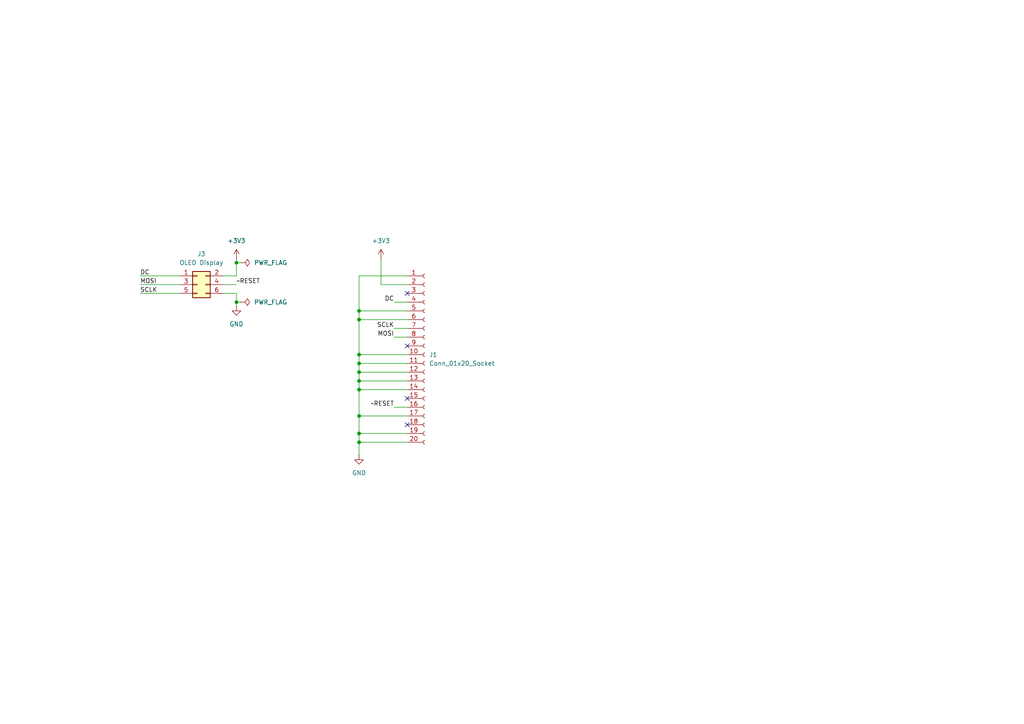
<source format=kicad_sch>
(kicad_sch (version 20250114) (generator "eeschema") (generator_version "9.0")
  (paper "A4")
  (lib_symbols
    (symbol "Connector:Conn_01x20_Socket" (pin_names (offset 1.016) (hide yes))
      (property "Reference" "J" (at 0 25.4 0))
      (property "Value" "Conn_01x20_Socket" (at 0 -27.94 0))
      (symbol "Conn_01x20_Socket_1_1"
        (polyline (pts (xy -1.27 22.86) (xy -0.508 22.86)) (stroke (width 0.1524)))
        (polyline (pts (xy -1.27 20.32) (xy -0.508 20.32)) (stroke (width 0.1524)))
        (polyline (pts (xy -1.27 17.78) (xy -0.508 17.78)) (stroke (width 0.1524)))
        (polyline (pts (xy -1.27 15.24) (xy -0.508 15.24)) (stroke (width 0.1524)))
        (polyline (pts (xy -1.27 12.7) (xy -0.508 12.7)) (stroke (width 0.1524)))
        (polyline (pts (xy -1.27 10.16) (xy -0.508 10.16)) (stroke (width 0.1524)))
        (polyline (pts (xy -1.27 7.62) (xy -0.508 7.62)) (stroke (width 0.1524)))
        (polyline (pts (xy -1.27 5.08) (xy -0.508 5.08)) (stroke (width 0.1524)))
        (polyline (pts (xy -1.27 2.54) (xy -0.508 2.54)) (stroke (width 0.1524)))
        (polyline (pts (xy -1.27 0) (xy -0.508 0)) (stroke (width 0.1524)))
        (polyline (pts (xy -1.27 -2.54) (xy -0.508 -2.54)) (stroke (width 0.1524)))
        (polyline (pts (xy -1.27 -5.08) (xy -0.508 -5.08)) (stroke (width 0.1524)))
        (polyline (pts (xy -1.27 -7.62) (xy -0.508 -7.62)) (stroke (width 0.1524)))
        (polyline (pts (xy -1.27 -10.16) (xy -0.508 -10.16)) (stroke (width 0.1524)))
        (polyline (pts (xy -1.27 -12.7) (xy -0.508 -12.7)) (stroke (width 0.1524)))
        (polyline (pts (xy -1.27 -15.24) (xy -0.508 -15.24)) (stroke (width 0.1524)))
        (polyline (pts (xy -1.27 -17.78) (xy -0.508 -17.78)) (stroke (width 0.1524)))
        (polyline (pts (xy -1.27 -20.32) (xy -0.508 -20.32)) (stroke (width 0.1524)))
        (polyline (pts (xy -1.27 -22.86) (xy -0.508 -22.86)) (stroke (width 0.1524)))
        (polyline (pts (xy -1.27 -25.4) (xy -0.508 -25.4)) (stroke (width 0.1524)))
        (arc (start 0 22.352) (mid -0.5058 22.86) (end 0 23.368) (stroke (width 0.1524)))
        (arc (start 0 19.812) (mid -0.5058 20.32) (end 0 20.828) (stroke (width 0.1524)))
        (arc (start 0 17.272) (mid -0.5058 17.78) (end 0 18.288) (stroke (width 0.1524)))
        (arc (start 0 14.732) (mid -0.5058 15.24) (end 0 15.748) (stroke (width 0.1524)))
        (arc (start 0 12.192) (mid -0.5058 12.7) (end 0 13.208) (stroke (width 0.1524)))
        (arc (start 0 9.652) (mid -0.5058 10.16) (end 0 10.668) (stroke (width 0.1524)))
        (arc (start 0 7.112) (mid -0.5058 7.62) (end 0 8.128) (stroke (width 0.1524)))
        (arc (start 0 4.572) (mid -0.5058 5.08) (end 0 5.588) (stroke (width 0.1524)))
        (arc (start 0 2.032) (mid -0.5058 2.54) (end 0 3.048) (stroke (width 0.1524)))
        (arc (start 0 -0.508) (mid -0.5058 0) (end 0 0.508) (stroke (width 0.1524)))
        (arc (start 0 -3.048) (mid -0.5058 -2.54) (end 0 -2.032) (stroke (width 0.1524)))
        (arc (start 0 -5.588) (mid -0.5058 -5.08) (end 0 -4.572) (stroke (width 0.1524)))
        (arc (start 0 -8.128) (mid -0.5058 -7.62) (end 0 -7.112) (stroke (width 0.1524)))
        (arc (start 0 -10.668) (mid -0.5058 -10.16) (end 0 -9.652) (stroke (width 0.1524)))
        (arc (start 0 -13.208) (mid -0.5058 -12.7) (end 0 -12.192) (stroke (width 0.1524)))
        (arc (start 0 -15.748) (mid -0.5058 -15.24) (end 0 -14.732) (stroke (width 0.1524)))
        (arc (start 0 -18.288) (mid -0.5058 -17.78) (end 0 -17.272) (stroke (width 0.1524)))
        (arc (start 0 -20.828) (mid -0.5058 -20.32) (end 0 -19.812) (stroke (width 0.1524)))
        (arc (start 0 -23.368) (mid -0.5058 -22.86) (end 0 -22.352) (stroke (width 0.1524)))
        (arc (start 0 -25.908) (mid -0.5058 -25.4) (end 0 -24.892) (stroke (width 0.1524)))
        (pin passive line (at -5.08 22.86 0) (length 3.81) (name "Pin_1") (number "1"))
        (pin passive line (at -5.08 20.32 0) (length 3.81) (name "Pin_2") (number "2"))
        (pin passive line (at -5.08 17.78 0) (length 3.81) (name "Pin_3") (number "3"))
        (pin passive line (at -5.08 15.24 0) (length 3.81) (name "Pin_4") (number "4"))
        (pin passive line (at -5.08 12.7 0) (length 3.81) (name "Pin_5") (number "5"))
        (pin passive line (at -5.08 10.16 0) (length 3.81) (name "Pin_6") (number "6"))
        (pin passive line (at -5.08 7.62 0) (length 3.81) (name "Pin_7") (number "7"))
        (pin passive line (at -5.08 5.08 0) (length 3.81) (name "Pin_8") (number "8"))
        (pin passive line (at -5.08 2.54 0) (length 3.81) (name "Pin_9") (number "9"))
        (pin passive line (at -5.08 0 0) (length 3.81) (name "Pin_10") (number "10"))
        (pin passive line (at -5.08 -2.54 0) (length 3.81) (name "Pin_11") (number "11"))
        (pin passive line (at -5.08 -5.08 0) (length 3.81) (name "Pin_12") (number "12"))
        (pin passive line (at -5.08 -7.62 0) (length 3.81) (name "Pin_13") (number "13"))
        (pin passive line (at -5.08 -10.16 0) (length 3.81) (name "Pin_14") (number "14"))
        (pin passive line (at -5.08 -12.7 0) (length 3.81) (name "Pin_15") (number "15"))
        (pin passive line (at -5.08 -15.24 0) (length 3.81) (name "Pin_16") (number "16"))
        (pin passive line (at -5.08 -17.78 0) (length 3.81) (name "Pin_17") (number "17"))
        (pin passive line (at -5.08 -20.32 0) (length 3.81) (name "Pin_18") (number "18"))
        (pin passive line (at -5.08 -22.86 0) (length 3.81) (name "Pin_19") (number "19"))
        (pin passive line (at -5.08 -25.4 0) (length 3.81) (name "Pin_20") (number "20"))
      )
    )
    (symbol "Connector_Generic:Conn_02x03_Odd_Even" (pin_names (offset 1.016) (hide yes))
      (property "Reference" "J" (at 1.27 5.08 0))
      (property "Value" "Conn_02x03_Odd_Even" (at 1.27 -5.08 0))
      (symbol "Conn_02x03_Odd_Even_1_1"
        (rectangle (start -1.27 3.81) (end 3.81 -3.81) (stroke (width 0.254)) (fill (type background)))
        (rectangle (start -1.27 2.667) (end 0 2.413) (stroke (width 0.1524)))
        (rectangle (start -1.27 0.127) (end 0 -0.127) (stroke (width 0.1524)))
        (rectangle (start -1.27 -2.413) (end 0 -2.667) (stroke (width 0.1524)))
        (rectangle (start 3.81 2.667) (end 2.54 2.413) (stroke (width 0.1524)))
        (rectangle (start 3.81 0.127) (end 2.54 -0.127) (stroke (width 0.1524)))
        (rectangle (start 3.81 -2.413) (end 2.54 -2.667) (stroke (width 0.1524)))
        (pin passive line (at -5.08 2.54 0) (length 3.81) (name "Pin_1") (number "1"))
        (pin passive line (at -5.08 0 0) (length 3.81) (name "Pin_3") (number "3"))
        (pin passive line (at -5.08 -2.54 0) (length 3.81) (name "Pin_5") (number "5"))
        (pin passive line (at 7.62 2.54 180) (length 3.81) (name "Pin_2") (number "2"))
        (pin passive line (at 7.62 0 180) (length 3.81) (name "Pin_4") (number "4"))
        (pin passive line (at 7.62 -2.54 180) (length 3.81) (name "Pin_6") (number "6"))
      )
    )
    (symbol "power:+3V3" (power) (pin_numbers (hide yes)) (pin_names (offset 0) (hide yes))
      (property "Value" "+3V3" (at 0 3.556 0))
      (symbol "+3V3_0_1"
        (polyline (pts (xy -0.762 1.27) (xy 0 2.54)))
        (polyline (pts (xy 0 2.54) (xy 0.762 1.27)))
        (polyline (pts (xy 0 0) (xy 0 2.54)))
      )
      (symbol "+3V3_1_1"
        (pin power_in line (at 0 0 90) (length 0) (name "~") (number "1"))
      )
    )
    (symbol "power:GND" (power) (pin_numbers (hide yes)) (pin_names (offset 0) (hide yes))
      (property "Value" "GND" (at 0 -3.81 0))
      (symbol "GND_0_1"
        (polyline (pts (xy 0 0) (xy 0 -1.27) (xy 1.27 -1.27) (xy 0 -2.54) (xy -1.27 -1.27) (xy 0 -1.27)))
      )
      (symbol "GND_1_1"
        (pin power_in line (at 0 0 270) (length 0) (name "~") (number "1"))
      )
    )
    (symbol "power:PWR_FLAG" (power) (pin_numbers (hide yes)) (pin_names (offset 0) (hide yes))
      (property "Value" "PWR_FLAG" (at 0 3.81 0))
      (symbol "PWR_FLAG_0_0"
        (pin power_out line (at 0 0 90) (length 0) (name "~") (number "1"))
      )
      (symbol "PWR_FLAG_0_1"
        (polyline (pts (xy 0 0) (xy 0 1.27) (xy -1.016 1.905) (xy 0 2.54) (xy 1.016 1.905) (xy 0 1.27)))
      )
    )
  )
  (junction (at 104.14 113.03))
  (junction (at 68.58 87.63))
  (junction (at 104.14 128.27))
  (junction (at 104.14 107.95))
  (junction (at 104.14 105.41))
  (junction (at 104.14 125.73))
  (junction (at 104.14 120.65))
  (junction (at 104.14 92.71))
  (junction (at 104.14 90.17))
  (junction (at 104.14 110.49))
  (junction (at 104.14 102.87))
  (junction (at 68.58 76.2))
  (no_connect (at 118.11 100.33))
  (no_connect (at 118.11 85.09))
  (no_connect (at 118.11 115.57))
  (no_connect (at 118.11 123.19))
  (wire (pts (xy 114.3 97.79) (xy 118.11 97.79)))
  (wire (pts (xy 114.3 87.63) (xy 118.11 87.63)))
  (wire (pts (xy 64.77 80.01) (xy 68.58 80.01)))
  (wire (pts (xy 104.14 105.41) (xy 118.11 105.41)))
  (wire (pts (xy 104.14 120.65) (xy 118.11 120.65)))
  (wire (pts (xy 104.14 125.73) (xy 104.14 128.27)))
  (wire (pts (xy 104.14 113.03) (xy 118.11 113.03)))
  (wire (pts (xy 104.14 92.71) (xy 104.14 102.87)))
  (wire (pts (xy 104.14 102.87) (xy 104.14 105.41)))
  (wire (pts (xy 104.14 80.01) (xy 104.14 90.17)))
  (wire (pts (xy 68.58 76.2) (xy 68.58 80.01)))
  (wire (pts (xy 114.3 95.25) (xy 118.11 95.25)))
  (wire (pts (xy 104.14 92.71) (xy 118.11 92.71)))
  (wire (pts (xy 104.14 128.27) (xy 104.14 132.08)))
  (wire (pts (xy 118.11 80.01) (xy 104.14 80.01)))
  (wire (pts (xy 104.14 110.49) (xy 118.11 110.49)))
  (wire (pts (xy 114.3 118.11) (xy 118.11 118.11)))
  (wire (pts (xy 68.58 87.63) (xy 68.58 88.9)))
  (wire (pts (xy 104.14 102.87) (xy 118.11 102.87)))
  (wire (pts (xy 104.14 125.73) (xy 118.11 125.73)))
  (wire (pts (xy 40.64 85.09) (xy 52.07 85.09)))
  (wire (pts (xy 69.85 76.2) (xy 68.58 76.2)))
  (wire (pts (xy 64.77 85.09) (xy 68.58 85.09)))
  (wire (pts (xy 104.14 107.95) (xy 118.11 107.95)))
  (wire (pts (xy 64.77 82.55) (xy 68.58 82.55)))
  (wire (pts (xy 110.49 82.55) (xy 110.49 74.93)))
  (wire (pts (xy 104.14 90.17) (xy 104.14 92.71)))
  (wire (pts (xy 104.14 120.65) (xy 104.14 125.73)))
  (wire (pts (xy 118.11 82.55) (xy 110.49 82.55)))
  (wire (pts (xy 104.14 107.95) (xy 104.14 110.49)))
  (wire (pts (xy 104.14 90.17) (xy 118.11 90.17)))
  (wire (pts (xy 104.14 105.41) (xy 104.14 107.95)))
  (wire (pts (xy 104.14 110.49) (xy 104.14 113.03)))
  (wire (pts (xy 40.64 82.55) (xy 52.07 82.55)))
  (wire (pts (xy 40.64 80.01) (xy 52.07 80.01)))
  (wire (pts (xy 68.58 74.93) (xy 68.58 76.2)))
  (wire (pts (xy 68.58 87.63) (xy 69.85 87.63)))
  (wire (pts (xy 68.58 85.09) (xy 68.58 87.63)))
  (wire (pts (xy 104.14 128.27) (xy 118.11 128.27)))
  (wire (pts (xy 104.14 113.03) (xy 104.14 120.65)))
  (label "DC" (at 40.64 80.01 0))
  (label "DC" (at 114.3 87.63 180))
  (label "MOSI" (at 40.64 82.55 0))
  (label "~RESET" (at 68.58 82.55 0))
  (label "MOSI" (at 114.3 97.79 180))
  (label "SCLK" (at 114.3 95.25 180))
  (label "~RESET" (at 114.3 118.11 180))
  (label "SCLK" (at 40.64 85.09 0))
  (symbol (lib_id "power:GND") (at 104.14 132.08 0) (unit 1)
    (property "Reference" "#PWR01" (effects (hide yes)))
    (property "Value" "GND" (at 104.14 137.16 0))
    (property "Description" "Power symbol creates a global label with name \"GND\" , ground" (effects (hide yes)))
  )
  (symbol (lib_id "power:+3V3") (at 110.49 74.93 0) (unit 1)
    (property "Reference" "#PWR02" (effects (hide yes)))
    (property "Value" "+3V3" (at 110.49 69.85 0))
    (property "Description" "Power symbol creates a global label with name \"+3V3\"" (effects (hide yes)))
  )
  (symbol (lib_id "power:PWR_FLAG") (at 69.85 76.2 270) (unit 1)
    (property "Reference" "#FLG01" (effects (hide yes)))
    (property "Value" "PWR_FLAG" (at 73.66 76.1999 90) (effects (justify left)))
    (property "Description" "Special symbol for telling ERC where power comes from" (effects (hide yes)))
  )
  (symbol (lib_id "Connector:Conn_01x20_Socket") (at 123.19 102.87 0) (unit 1)
    (property "Reference" "J1" (at 124.46 102.8699 0) (effects (justify left)))
    (property "Value" "Conn_01x20_Socket" (at 124.46 105.4099 0) (effects (justify left)))
    (property "Footprint" "Connector_PinHeader_2.54mm:PinHeader_1x20_P2.54mm_Vertical" (effects (hide yes)))
    (property "Description" "Generic connector, single row, 01x20, script generated" (effects (hide yes)))
  )
  (symbol (lib_id "power:+3V3") (at 68.58 74.93 0) (unit 1)
    (property "Reference" "#PWR03" (effects (hide yes)))
    (property "Value" "+3V3" (at 68.58 69.85 0))
    (property "Description" "Power symbol creates a global label with name \"+3V3\"" (effects (hide yes)))
  )
  (symbol (lib_id "power:GND") (at 68.58 88.9 0) (unit 1)
    (property "Reference" "#PWR09" (effects (hide yes)))
    (property "Value" "GND" (at 68.58 93.98 0))
    (property "Description" "Power symbol creates a global label with name \"GND\" , ground" (effects (hide yes)))
  )
  (symbol (lib_id "power:PWR_FLAG") (at 69.85 87.63 270) (unit 1)
    (property "Reference" "#FLG02" (effects (hide yes)))
    (property "Value" "PWR_FLAG" (at 73.66 87.6299 90) (effects (justify left)))
    (property "Description" "Special symbol for telling ERC where power comes from" (effects (hide yes)))
  )
  (symbol (lib_id "Connector_Generic:Conn_02x03_Odd_Even") (at 57.15 82.55 0) (unit 1)
    (property "Reference" "J3" (at 58.42 73.66 0))
    (property "Value" "OLED Display" (at 58.42 76.2 0))
    (property "Footprint" "Connector_PinHeader_2.54mm:PinHeader_2x03_P2.54mm_Vertical" (effects (hide yes)))
    (property "Description" "Generic connector, double row, 02x03, odd/even pin numbering scheme (row 1 odd numbers, row 2 even numbers), script generated (kicad-library-utils/schlib/autogen/connector/)" (effects (hide yes)))
  )
)
</source>
